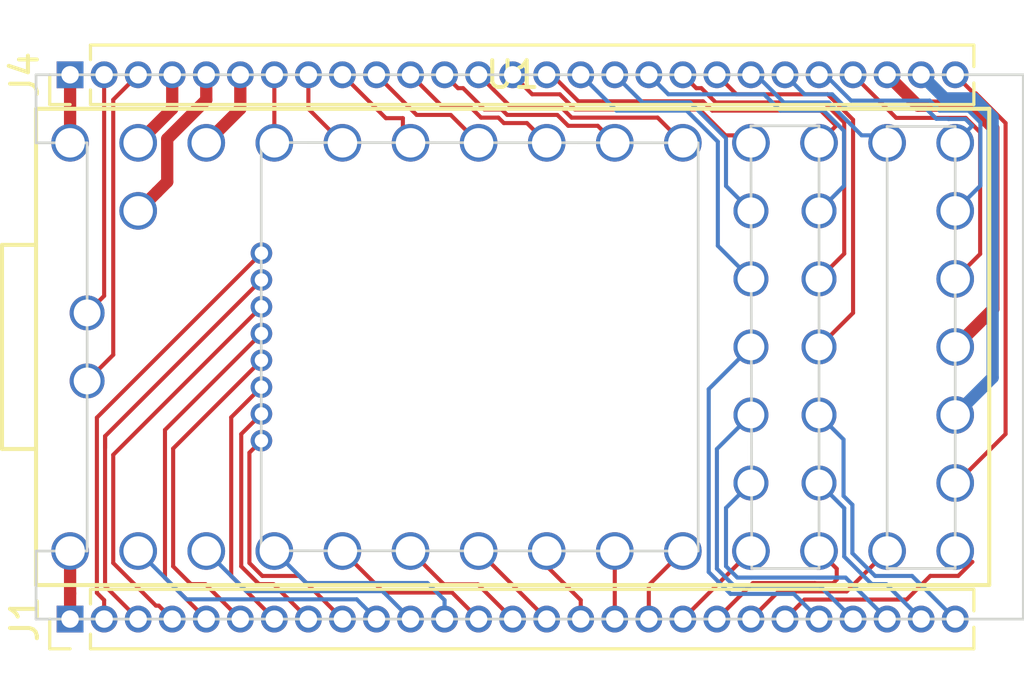
<source format=kicad_pcb>
(kicad_pcb (version 20171130) (host pcbnew "(5.1.2-1)-1")

  (general
    (thickness 1.6)
    (drawings 21)
    (tracks 239)
    (zones 0)
    (modules 3)
    (nets 55)
  )

  (page A4)
  (layers
    (0 F.Cu signal)
    (31 B.Cu signal)
    (32 B.Adhes user)
    (33 F.Adhes user)
    (34 B.Paste user)
    (35 F.Paste user)
    (36 B.SilkS user)
    (37 F.SilkS user)
    (38 B.Mask user)
    (39 F.Mask user)
    (40 Dwgs.User user hide)
    (41 Cmts.User user)
    (42 Eco1.User user)
    (43 Eco2.User user)
    (44 Edge.Cuts user)
    (45 Margin user)
    (46 B.CrtYd user)
    (47 F.CrtYd user)
    (48 B.Fab user)
    (49 F.Fab user)
  )

  (setup
    (last_trace_width 0.1524)
    (user_trace_width 0.1524)
    (user_trace_width 0.3048)
    (user_trace_width 0.4572)
    (trace_clearance 0.1524)
    (zone_clearance 0.508)
    (zone_45_only no)
    (trace_min 0.1524)
    (via_size 0.8)
    (via_drill 0.4)
    (via_min_size 0.4)
    (via_min_drill 0.3)
    (uvia_size 0.3)
    (uvia_drill 0.1)
    (uvias_allowed no)
    (uvia_min_size 0.2)
    (uvia_min_drill 0.1)
    (edge_width 0.1)
    (segment_width 0.2)
    (pcb_text_width 0.3)
    (pcb_text_size 1.5 1.5)
    (mod_edge_width 0.15)
    (mod_text_size 1 1)
    (mod_text_width 0.15)
    (pad_size 1.524 1.524)
    (pad_drill 0.762)
    (pad_to_mask_clearance 0)
    (aux_axis_origin 0 0)
    (visible_elements FFFFFF7F)
    (pcbplotparams
      (layerselection 0x010f0_ffffffff)
      (usegerberextensions true)
      (usegerberattributes false)
      (usegerberadvancedattributes false)
      (creategerberjobfile false)
      (excludeedgelayer true)
      (linewidth 0.100000)
      (plotframeref false)
      (viasonmask false)
      (mode 1)
      (useauxorigin false)
      (hpglpennumber 1)
      (hpglpenspeed 20)
      (hpglpendiameter 15.000000)
      (psnegative false)
      (psa4output false)
      (plotreference true)
      (plotvalue true)
      (plotinvisibletext false)
      (padsonsilk false)
      (subtractmaskfromsilk false)
      (outputformat 1)
      (mirror false)
      (drillshape 0)
      (scaleselection 1)
      (outputdirectory "gerbers/"))
  )

  (net 0 "")
  (net 1 /32)
  (net 2 /30)
  (net 3 /33)
  (net 4 /31)
  (net 5 /29)
  (net 6 /12)
  (net 7 /11)
  (net 8 /10)
  (net 9 /9)
  (net 10 /8)
  (net 11 /7)
  (net 12 /6)
  (net 13 /5)
  (net 14 /4)
  (net 15 /3)
  (net 16 /2)
  (net 17 /1)
  (net 18 /0)
  (net 19 /DAT2)
  (net 20 /DAT3)
  (net 21 /CMD)
  (net 22 /3V3_2)
  (net 23 /CLK)
  (net 24 /GND_3)
  (net 25 /DAT0)
  (net 26 /DAT1)
  (net 27 /GND_1)
  (net 28 /VBAT)
  (net 29 /3V3_1)
  (net 30 /GND_2)
  (net 31 /PROGRAM)
  (net 32 /ON_OFF)
  (net 33 /24)
  (net 34 /26)
  (net 35 /28)
  (net 36 /25)
  (net 37 /27)
  (net 38 /13)
  (net 39 /14)
  (net 40 /15)
  (net 41 /16)
  (net 42 /17)
  (net 43 /18)
  (net 44 /19)
  (net 45 /20)
  (net 46 /21)
  (net 47 /22)
  (net 48 /23)
  (net 49 /3V3_3)
  (net 50 /VUSB)
  (net 51 /GND_4)
  (net 52 /D+)
  (net 53 /D-)
  (net 54 /VIN)

  (net_class Default "This is the default net class."
    (clearance 0.1524)
    (trace_width 0.1524)
    (via_dia 0.8)
    (via_drill 0.4)
    (uvia_dia 0.3)
    (uvia_drill 0.1)
    (add_net /0)
    (add_net /1)
    (add_net /10)
    (add_net /11)
    (add_net /12)
    (add_net /13)
    (add_net /14)
    (add_net /15)
    (add_net /16)
    (add_net /17)
    (add_net /18)
    (add_net /19)
    (add_net /2)
    (add_net /20)
    (add_net /21)
    (add_net /22)
    (add_net /23)
    (add_net /24)
    (add_net /25)
    (add_net /26)
    (add_net /27)
    (add_net /28)
    (add_net /29)
    (add_net /3)
    (add_net /30)
    (add_net /31)
    (add_net /32)
    (add_net /33)
    (add_net /3V3_1)
    (add_net /3V3_2)
    (add_net /3V3_3)
    (add_net /4)
    (add_net /5)
    (add_net /6)
    (add_net /7)
    (add_net /8)
    (add_net /9)
    (add_net /CLK)
    (add_net /CMD)
    (add_net /D+)
    (add_net /D-)
    (add_net /DAT0)
    (add_net /DAT1)
    (add_net /DAT2)
    (add_net /DAT3)
    (add_net /GND_1)
    (add_net /GND_2)
    (add_net /GND_3)
    (add_net /GND_4)
    (add_net /ON_OFF)
    (add_net /PROGRAM)
    (add_net /VBAT)
    (add_net /VIN)
    (add_net /VUSB)
  )

  (net_class Power ""
    (clearance 0.1524)
    (trace_width 0.3048)
    (via_dia 0.8)
    (via_drill 0.4)
    (uvia_dia 0.3)
    (uvia_drill 0.1)
  )

  (module Connector_PinHeader_1.27mm:PinHeader_1x27_P1.27mm_Vertical (layer F.Cu) (tedit 59FED6E3) (tstamp 5D571AAC)
    (at 77.47 64.77 90)
    (descr "Through hole straight pin header, 1x27, 1.27mm pitch, single row")
    (tags "Through hole pin header THT 1x27 1.27mm single row")
    (path /5D529C76)
    (fp_text reference J4 (at 0 -1.695 90) (layer F.SilkS)
      (effects (font (size 1 1) (thickness 0.15)))
    )
    (fp_text value "Edge B" (at 0 34.715 90) (layer F.Fab)
      (effects (font (size 1 1) (thickness 0.15)))
    )
    (fp_text user %R (at 0 16.51) (layer F.Fab)
      (effects (font (size 1 1) (thickness 0.15)))
    )
    (fp_line (start 1.55 -1.15) (end -1.55 -1.15) (layer F.CrtYd) (width 0.05))
    (fp_line (start 1.55 34.2) (end 1.55 -1.15) (layer F.CrtYd) (width 0.05))
    (fp_line (start -1.55 34.2) (end 1.55 34.2) (layer F.CrtYd) (width 0.05))
    (fp_line (start -1.55 -1.15) (end -1.55 34.2) (layer F.CrtYd) (width 0.05))
    (fp_line (start -1.11 -0.76) (end 0 -0.76) (layer F.SilkS) (width 0.12))
    (fp_line (start -1.11 0) (end -1.11 -0.76) (layer F.SilkS) (width 0.12))
    (fp_line (start 0.563471 0.76) (end 1.11 0.76) (layer F.SilkS) (width 0.12))
    (fp_line (start -1.11 0.76) (end -0.563471 0.76) (layer F.SilkS) (width 0.12))
    (fp_line (start 1.11 0.76) (end 1.11 33.715) (layer F.SilkS) (width 0.12))
    (fp_line (start -1.11 0.76) (end -1.11 33.715) (layer F.SilkS) (width 0.12))
    (fp_line (start 0.30753 33.715) (end 1.11 33.715) (layer F.SilkS) (width 0.12))
    (fp_line (start -1.11 33.715) (end -0.30753 33.715) (layer F.SilkS) (width 0.12))
    (fp_line (start -1.05 -0.11) (end -0.525 -0.635) (layer F.Fab) (width 0.1))
    (fp_line (start -1.05 33.655) (end -1.05 -0.11) (layer F.Fab) (width 0.1))
    (fp_line (start 1.05 33.655) (end -1.05 33.655) (layer F.Fab) (width 0.1))
    (fp_line (start 1.05 -0.635) (end 1.05 33.655) (layer F.Fab) (width 0.1))
    (fp_line (start -0.525 -0.635) (end 1.05 -0.635) (layer F.Fab) (width 0.1))
    (pad 27 thru_hole oval (at 0 33.02 90) (size 1 1) (drill 0.65) (layers *.Cu *.Mask)
      (net 28 /VBAT))
    (pad 26 thru_hole oval (at 0 31.75 90) (size 1 1) (drill 0.65) (layers *.Cu *.Mask)
      (net 29 /3V3_1))
    (pad 25 thru_hole oval (at 0 30.48 90) (size 1 1) (drill 0.65) (layers *.Cu *.Mask)
      (net 51 /GND_4))
    (pad 24 thru_hole oval (at 0 29.21 90) (size 1 1) (drill 0.65) (layers *.Cu *.Mask)
      (net 31 /PROGRAM))
    (pad 23 thru_hole oval (at 0 27.94 90) (size 1 1) (drill 0.65) (layers *.Cu *.Mask)
      (net 32 /ON_OFF))
    (pad 22 thru_hole oval (at 0 26.67 90) (size 1 1) (drill 0.65) (layers *.Cu *.Mask)
      (net 38 /13))
    (pad 21 thru_hole oval (at 0 25.4 90) (size 1 1) (drill 0.65) (layers *.Cu *.Mask)
      (net 39 /14))
    (pad 20 thru_hole oval (at 0 24.13 90) (size 1 1) (drill 0.65) (layers *.Cu *.Mask)
      (net 35 /28))
    (pad 19 thru_hole oval (at 0 22.86 90) (size 1 1) (drill 0.65) (layers *.Cu *.Mask)
      (net 34 /26))
    (pad 18 thru_hole oval (at 0 21.59 90) (size 1 1) (drill 0.65) (layers *.Cu *.Mask)
      (net 33 /24))
    (pad 17 thru_hole oval (at 0 20.32 90) (size 1 1) (drill 0.65) (layers *.Cu *.Mask)
      (net 36 /25))
    (pad 16 thru_hole oval (at 0 19.05 90) (size 1 1) (drill 0.65) (layers *.Cu *.Mask)
      (net 37 /27))
    (pad 15 thru_hole oval (at 0 17.78 90) (size 1 1) (drill 0.65) (layers *.Cu *.Mask)
      (net 40 /15))
    (pad 14 thru_hole oval (at 0 16.51 90) (size 1 1) (drill 0.65) (layers *.Cu *.Mask)
      (net 41 /16))
    (pad 13 thru_hole oval (at 0 15.24 90) (size 1 1) (drill 0.65) (layers *.Cu *.Mask)
      (net 42 /17))
    (pad 12 thru_hole oval (at 0 13.97 90) (size 1 1) (drill 0.65) (layers *.Cu *.Mask)
      (net 43 /18))
    (pad 11 thru_hole oval (at 0 12.7 90) (size 1 1) (drill 0.65) (layers *.Cu *.Mask)
      (net 44 /19))
    (pad 10 thru_hole oval (at 0 11.43 90) (size 1 1) (drill 0.65) (layers *.Cu *.Mask)
      (net 45 /20))
    (pad 9 thru_hole oval (at 0 10.16 90) (size 1 1) (drill 0.65) (layers *.Cu *.Mask)
      (net 46 /21))
    (pad 8 thru_hole oval (at 0 8.89 90) (size 1 1) (drill 0.65) (layers *.Cu *.Mask)
      (net 47 /22))
    (pad 7 thru_hole oval (at 0 7.62 90) (size 1 1) (drill 0.65) (layers *.Cu *.Mask)
      (net 48 /23))
    (pad 6 thru_hole oval (at 0 6.35 90) (size 1 1) (drill 0.65) (layers *.Cu *.Mask)
      (net 49 /3V3_3))
    (pad 5 thru_hole oval (at 0 5.08 90) (size 1 1) (drill 0.65) (layers *.Cu *.Mask)
      (net 50 /VUSB))
    (pad 4 thru_hole oval (at 0 3.81 90) (size 1 1) (drill 0.65) (layers *.Cu *.Mask)
      (net 30 /GND_2))
    (pad 3 thru_hole oval (at 0 2.54 90) (size 1 1) (drill 0.65) (layers *.Cu *.Mask)
      (net 52 /D+))
    (pad 2 thru_hole oval (at 0 1.27 90) (size 1 1) (drill 0.65) (layers *.Cu *.Mask)
      (net 53 /D-))
    (pad 1 thru_hole rect (at 0 0 90) (size 1 1) (drill 0.65) (layers *.Cu *.Mask)
      (net 54 /VIN))
    (model ${KISYS3DMOD}/Connector_PinHeader_1.27mm.3dshapes/PinHeader_1x27_P1.27mm_Vertical.wrl
      (at (xyz 0 0 0))
      (scale (xyz 1 1 1))
      (rotate (xyz 0 0 0))
    )
  )

  (module Teensy:Teensy40_SMT (layer F.Cu) (tedit 5D52D69C) (tstamp 5D5353BE)
    (at 93.98 74.93)
    (path /5D534D6A)
    (fp_text reference U1 (at 0 -10.16) (layer F.SilkS)
      (effects (font (size 1 1) (thickness 0.15)))
    )
    (fp_text value Teensy4.0 (at 0 10.16) (layer F.Fab)
      (effects (font (size 1 1) (thickness 0.15)))
    )
    (fp_line (start 16.51 -8.6) (end 16.51 8.6) (layer Dwgs.User) (width 0.12))
    (fp_poly (pts (xy -9.5 3.25) (xy -7.5 3.25) (xy -7.5 3.75) (xy -9.5 3.75)) (layer Eco1.User) (width 0.1))
    (fp_poly (pts (xy -9.5 2.25) (xy -7.5 2.25) (xy -7.5 2.75) (xy -9.5 2.75)) (layer Eco1.User) (width 0.1))
    (fp_poly (pts (xy -9.5 1.25) (xy -7.5 1.25) (xy -7.5 1.75) (xy -9.5 1.75)) (layer Eco1.User) (width 0.1))
    (fp_poly (pts (xy -9.5 0.25) (xy -7.5 0.25) (xy -7.5 0.75) (xy -9.5 0.75)) (layer Eco1.User) (width 0.1))
    (fp_poly (pts (xy -9.5 -0.75) (xy -7.5 -0.75) (xy -7.5 -0.25) (xy -9.5 -0.25)) (layer Eco1.User) (width 0.1))
    (fp_poly (pts (xy -9.5 -1.75) (xy -7.5 -1.75) (xy -7.5 -1.25) (xy -9.5 -1.25)) (layer Eco1.User) (width 0.1))
    (fp_poly (pts (xy -9.5 -2.75) (xy -7.5 -2.75) (xy -7.5 -2.25) (xy -9.5 -2.25)) (layer Eco1.User) (width 0.1))
    (fp_poly (pts (xy -9.5 -3.75) (xy -7.5 -3.75) (xy -7.5 -3.25) (xy -9.5 -3.25)) (layer Eco1.User) (width 0.1))
    (fp_poly (pts (xy -17.272 -0.762) (xy -14.732 -0.762) (xy -14.732 -1.778) (xy -17.272 -1.778)) (layer Eco1.User) (width 0.1))
    (fp_poly (pts (xy -17.272 1.778) (xy -14.732 1.778) (xy -14.732 0.762) (xy -17.272 0.762)) (layer Eco1.User) (width 0.1))
    (fp_poly (pts (xy 6.858 5.588) (xy 9.398 5.588) (xy 9.398 4.572) (xy 6.858 4.572)) (layer Eco1.User) (width 0.1))
    (fp_poly (pts (xy 6.858 3.048) (xy 9.398 3.048) (xy 9.398 2.032) (xy 6.858 2.032)) (layer Eco1.User) (width 0.1))
    (fp_poly (pts (xy 6.858 0.508) (xy 9.398 0.508) (xy 9.398 -0.508) (xy 6.858 -0.508)) (layer Eco1.User) (width 0.1))
    (fp_poly (pts (xy 6.858 -2.032) (xy 9.398 -2.032) (xy 9.398 -3.048) (xy 6.858 -3.048)) (layer Eco1.User) (width 0.1))
    (fp_poly (pts (xy 6.858 -4.572) (xy 9.398 -4.572) (xy 9.398 -5.588) (xy 6.858 -5.588)) (layer Eco1.User) (width 0.1))
    (fp_poly (pts (xy 10.922 -4.572) (xy 13.462 -4.572) (xy 13.462 -5.588) (xy 10.922 -5.588)) (layer Eco1.User) (width 0.1))
    (fp_poly (pts (xy 10.922 -2.032) (xy 13.462 -2.032) (xy 13.462 -3.048) (xy 10.922 -3.048)) (layer Eco1.User) (width 0.1))
    (fp_poly (pts (xy 10.922 0.508) (xy 13.462 0.508) (xy 13.462 -0.508) (xy 10.922 -0.508)) (layer Eco1.User) (width 0.1))
    (fp_poly (pts (xy 10.922 3.048) (xy 13.462 3.048) (xy 13.462 2.032) (xy 10.922 2.032)) (layer Eco1.User) (width 0.1))
    (fp_poly (pts (xy 10.922 5.588) (xy 13.462 5.588) (xy 13.462 4.572) (xy 10.922 4.572)) (layer Eco1.User) (width 0.1))
    (fp_line (start 13.97 8.6) (end 13.97 -8.6) (layer Dwgs.User) (width 0.12))
    (fp_line (start 16.51 8.6) (end 13.97 8.6) (layer Dwgs.User) (width 0.12))
    (fp_line (start 13.97 -8.6) (end 16.51 -8.6) (layer Dwgs.User) (width 0.12))
    (fp_line (start 11.43 -8.6) (end 8.89 -8.6) (layer Dwgs.User) (width 0.12))
    (fp_line (start 11.43 8.6) (end 11.43 -8.6) (layer Dwgs.User) (width 0.12))
    (fp_line (start 8.89 8.6) (end 11.43 8.6) (layer Dwgs.User) (width 0.12))
    (fp_line (start 8.89 -8.6) (end 8.89 8.6) (layer Dwgs.User) (width 0.12))
    (fp_line (start 7 -7.64) (end 7 7.6) (layer Dwgs.User) (width 0.12))
    (fp_line (start -9.39 -7.62) (end 7 -7.6) (layer Dwgs.User) (width 0.12))
    (fp_line (start -9.39 7.62) (end 7 7.62) (layer Dwgs.User) (width 0.12))
    (fp_line (start -9.39 -7.62) (end -9.39 7.62) (layer Dwgs.User) (width 0.12))
    (fp_line (start -17.78 -7.62) (end -17.78 7.62) (layer Dwgs.User) (width 0.12))
    (fp_line (start -17.78 7.62) (end -15.875 7.62) (layer Dwgs.User) (width 0.12))
    (fp_line (start -17.78 -7.62) (end -15.875 -7.62) (layer Dwgs.User) (width 0.12))
    (fp_line (start -15.875 -7.62) (end -15.875 7.62) (layer Dwgs.User) (width 0.15))
    (fp_line (start -19.05 3.81) (end -17.78 3.81) (layer F.SilkS) (width 0.15))
    (fp_line (start -19.05 -3.81) (end -19.05 3.81) (layer F.SilkS) (width 0.15))
    (fp_line (start -17.78 -3.81) (end -19.05 -3.81) (layer F.SilkS) (width 0.15))
    (fp_line (start 17.78 -8.89) (end -17.78 -8.89) (layer F.SilkS) (width 0.15))
    (fp_line (start 17.78 8.89) (end 17.78 -8.89) (layer F.SilkS) (width 0.15))
    (fp_line (start -17.78 8.89) (end 17.78 8.89) (layer F.SilkS) (width 0.15))
    (fp_line (start -17.78 -8.89) (end -17.78 8.89) (layer F.SilkS) (width 0.15))
    (pad 13 thru_hole circle (at 13.97 7.62) (size 1.404 1.404) (drill 1.1) (layers *.Cu *.Mask)
      (net 7 /11))
    (pad 33 thru_hole circle (at -16.51 -7.62) (size 1.404 1.404) (drill 1.1) (layers *.Cu *.Mask)
      (net 54 /VIN))
    (pad 34 thru_hole circle (at -13.97 -5.08) (size 1.404 1.404) (drill 1.1) (layers *.Cu *.Mask)
      (net 50 /VUSB))
    (pad 32 thru_hole circle (at -13.97 -7.62) (size 1.404 1.404) (drill 1.1) (layers *.Cu *.Mask)
      (net 30 /GND_2))
    (pad 31 thru_hole circle (at -11.43 -7.62) (size 1.404 1.404) (drill 1.1) (layers *.Cu *.Mask)
      (net 49 /3V3_3))
    (pad 30 thru_hole circle (at -8.89 -7.62) (size 1.404 1.404) (drill 1.1) (layers *.Cu *.Mask)
      (net 48 /23))
    (pad 29 thru_hole circle (at -6.35 -7.62) (size 1.404 1.404) (drill 1.1) (layers *.Cu *.Mask)
      (net 47 /22))
    (pad 28 thru_hole circle (at -3.81 -7.62) (size 1.404 1.404) (drill 1.1) (layers *.Cu *.Mask)
      (net 46 /21))
    (pad 27 thru_hole circle (at -1.27 -7.62) (size 1.404 1.404) (drill 1.1) (layers *.Cu *.Mask)
      (net 45 /20))
    (pad 26 thru_hole circle (at 1.27 -7.62) (size 1.404 1.404) (drill 1.1) (layers *.Cu *.Mask)
      (net 44 /19))
    (pad 25 thru_hole circle (at 3.81 -7.62) (size 1.404 1.404) (drill 1.1) (layers *.Cu *.Mask)
      (net 43 /18))
    (pad 24 thru_hole circle (at 6.35 -7.62) (size 1.404 1.404) (drill 1.1) (layers *.Cu *.Mask)
      (net 42 /17))
    (pad 23 thru_hole circle (at 8.89 -7.62) (size 1.404 1.404) (drill 1.1) (layers *.Cu *.Mask)
      (net 41 /16))
    (pad 22 thru_hole circle (at 11.43 -7.62) (size 1.404 1.404) (drill 1.1) (layers *.Cu *.Mask)
      (net 40 /15))
    (pad 21 thru_hole circle (at 13.97 -7.62) (size 1.404 1.404) (drill 1.1) (layers *.Cu *.Mask)
      (net 39 /14))
    (pad 20 thru_hole circle (at 16.51 -7.62) (size 1.404 1.404) (drill 1.1) (layers *.Cu *.Mask)
      (net 38 /13))
    (pad 19 thru_hole circle (at 16.51 -5.08) (size 1.404 1.404) (drill 1.1) (layers *.Cu *.Mask)
      (net 32 /ON_OFF))
    (pad 18 thru_hole circle (at 16.51 -2.54) (size 1.404 1.404) (drill 1.1) (layers *.Cu *.Mask)
      (net 31 /PROGRAM))
    (pad 17 thru_hole circle (at 16.51 0) (size 1.404 1.404) (drill 1.1) (layers *.Cu *.Mask)
      (net 51 /GND_4))
    (pad 16 thru_hole circle (at 16.51 2.54) (size 1.404 1.404) (drill 1.1) (layers *.Cu *.Mask)
      (net 29 /3V3_1))
    (pad 15 thru_hole circle (at 16.51 5.08) (size 1.404 1.404) (drill 1.1) (layers *.Cu *.Mask)
      (net 28 /VBAT))
    (pad 14 thru_hole circle (at 16.51 7.62) (size 1.404 1.404) (drill 1.1) (layers *.Cu *.Mask)
      (net 6 /12))
    (pad 12 thru_hole circle (at 11.43 7.62) (size 1.404 1.404) (drill 1.1) (layers *.Cu *.Mask)
      (net 8 /10))
    (pad 11 thru_hole circle (at 8.89 7.62) (size 1.404 1.404) (drill 1.1) (layers *.Cu *.Mask)
      (net 9 /9))
    (pad 10 thru_hole circle (at 6.35 7.62) (size 1.404 1.404) (drill 1.1) (layers *.Cu *.Mask)
      (net 10 /8))
    (pad 9 thru_hole circle (at 3.81 7.62) (size 1.404 1.404) (drill 1.1) (layers *.Cu *.Mask)
      (net 11 /7))
    (pad 8 thru_hole circle (at 1.27 7.62) (size 1.404 1.404) (drill 1.1) (layers *.Cu *.Mask)
      (net 12 /6))
    (pad 7 thru_hole circle (at -1.27 7.62) (size 1.404 1.404) (drill 1.1) (layers *.Cu *.Mask)
      (net 13 /5))
    (pad 6 thru_hole circle (at -3.81 7.62) (size 1.404 1.404) (drill 1.1) (layers *.Cu *.Mask)
      (net 14 /4))
    (pad 5 thru_hole circle (at -6.35 7.62) (size 1.404 1.404) (drill 1.1) (layers *.Cu *.Mask)
      (net 15 /3))
    (pad 4 thru_hole circle (at -8.89 7.62) (size 1.404 1.404) (drill 1.1) (layers *.Cu *.Mask)
      (net 16 /2))
    (pad 3 thru_hole circle (at -11.43 7.62) (size 1.404 1.404) (drill 1.1) (layers *.Cu *.Mask)
      (net 17 /1))
    (pad 54 thru_hole circle (at -15.875 1.27) (size 1.304 1.304) (drill 1) (layers *.Cu *.Mask)
      (net 52 /D+))
    (pad 53 thru_hole circle (at -15.875 -1.27) (size 1.304 1.304) (drill 1) (layers *.Cu *.Mask)
      (net 53 /D-))
    (pad 52 thru_hole circle (at -9.3716 3.5) (size 0.804 0.804) (drill 0.5) (layers *.Cu *.Mask)
      (net 19 /DAT2))
    (pad 51 thru_hole circle (at -9.3716 2.5) (size 0.804 0.804) (drill 0.5) (layers *.Cu *.Mask)
      (net 20 /DAT3))
    (pad 50 thru_hole circle (at -9.3716 1.5) (size 0.804 0.804) (drill 0.5) (layers *.Cu *.Mask)
      (net 21 /CMD))
    (pad 49 thru_hole circle (at -9.3716 0.5) (size 0.804 0.804) (drill 0.5) (layers *.Cu *.Mask)
      (net 22 /3V3_2))
    (pad 48 thru_hole circle (at -9.3716 -0.5) (size 0.804 0.804) (drill 0.5) (layers *.Cu *.Mask)
      (net 23 /CLK))
    (pad 47 thru_hole circle (at -9.3716 -1.5) (size 0.804 0.804) (drill 0.5) (layers *.Cu *.Mask)
      (net 24 /GND_3))
    (pad 46 thru_hole circle (at -9.3716 -2.5) (size 0.804 0.804) (drill 0.5) (layers *.Cu *.Mask)
      (net 25 /DAT0))
    (pad 45 thru_hole circle (at -9.3716 -3.5) (size 0.804 0.804) (drill 0.5) (layers *.Cu *.Mask)
      (net 26 /DAT1))
    (pad 44 thru_hole circle (at 8.89 5.08) (size 1.304 1.304) (drill 1) (layers *.Cu *.Mask)
      (net 3 /33))
    (pad 43 thru_hole circle (at 11.43 5.08) (size 1.304 1.304) (drill 1) (layers *.Cu *.Mask)
      (net 1 /32))
    (pad 42 thru_hole circle (at 8.89 2.54) (size 1.304 1.304) (drill 1) (layers *.Cu *.Mask)
      (net 4 /31))
    (pad 41 thru_hole circle (at 11.43 2.54) (size 1.304 1.304) (drill 1) (layers *.Cu *.Mask)
      (net 2 /30))
    (pad 40 thru_hole circle (at 8.89 0) (size 1.304 1.304) (drill 1) (layers *.Cu *.Mask)
      (net 5 /29))
    (pad 39 thru_hole circle (at 11.43 0) (size 1.304 1.304) (drill 1) (layers *.Cu *.Mask)
      (net 35 /28))
    (pad 38 thru_hole circle (at 8.89 -2.54) (size 1.304 1.304) (drill 1) (layers *.Cu *.Mask)
      (net 37 /27))
    (pad 37 thru_hole circle (at 11.43 -2.54) (size 1.304 1.304) (drill 1) (layers *.Cu *.Mask)
      (net 34 /26))
    (pad 36 thru_hole circle (at 8.89 -5.08) (size 1.304 1.304) (drill 1) (layers *.Cu *.Mask)
      (net 36 /25))
    (pad 35 thru_hole circle (at 11.43 -5.08) (size 1.304 1.304) (drill 1) (layers *.Cu *.Mask)
      (net 33 /24))
    (pad 2 thru_hole circle (at -13.97 7.62) (size 1.404 1.404) (drill 1.1) (layers *.Cu *.Mask)
      (net 18 /0))
    (pad 1 thru_hole circle (at -16.51 7.62) (size 1.404 1.404) (drill 1.1) (layers *.Cu *.Mask)
      (net 27 /GND_1))
  )

  (module Connector_PinHeader_1.27mm:PinHeader_1x27_P1.27mm_Vertical (layer F.Cu) (tedit 59FED6E3) (tstamp 5D5336B3)
    (at 77.47 85.09 90)
    (descr "Through hole straight pin header, 1x27, 1.27mm pitch, single row")
    (tags "Through hole pin header THT 1x27 1.27mm single row")
    (path /5D5248E0)
    (fp_text reference J1 (at 0 -1.695 90) (layer F.SilkS)
      (effects (font (size 1 1) (thickness 0.15)))
    )
    (fp_text value "Edge A" (at 0 34.715 90) (layer F.Fab)
      (effects (font (size 1 1) (thickness 0.15)))
    )
    (fp_text user %R (at 0 16.51) (layer F.Fab)
      (effects (font (size 1 1) (thickness 0.15)))
    )
    (fp_line (start 1.55 -1.15) (end -1.55 -1.15) (layer F.CrtYd) (width 0.05))
    (fp_line (start 1.55 34.2) (end 1.55 -1.15) (layer F.CrtYd) (width 0.05))
    (fp_line (start -1.55 34.2) (end 1.55 34.2) (layer F.CrtYd) (width 0.05))
    (fp_line (start -1.55 -1.15) (end -1.55 34.2) (layer F.CrtYd) (width 0.05))
    (fp_line (start -1.11 -0.76) (end 0 -0.76) (layer F.SilkS) (width 0.12))
    (fp_line (start -1.11 0) (end -1.11 -0.76) (layer F.SilkS) (width 0.12))
    (fp_line (start 0.563471 0.76) (end 1.11 0.76) (layer F.SilkS) (width 0.12))
    (fp_line (start -1.11 0.76) (end -0.563471 0.76) (layer F.SilkS) (width 0.12))
    (fp_line (start 1.11 0.76) (end 1.11 33.715) (layer F.SilkS) (width 0.12))
    (fp_line (start -1.11 0.76) (end -1.11 33.715) (layer F.SilkS) (width 0.12))
    (fp_line (start 0.30753 33.715) (end 1.11 33.715) (layer F.SilkS) (width 0.12))
    (fp_line (start -1.11 33.715) (end -0.30753 33.715) (layer F.SilkS) (width 0.12))
    (fp_line (start -1.05 -0.11) (end -0.525 -0.635) (layer F.Fab) (width 0.1))
    (fp_line (start -1.05 33.655) (end -1.05 -0.11) (layer F.Fab) (width 0.1))
    (fp_line (start 1.05 33.655) (end -1.05 33.655) (layer F.Fab) (width 0.1))
    (fp_line (start 1.05 -0.635) (end 1.05 33.655) (layer F.Fab) (width 0.1))
    (fp_line (start -0.525 -0.635) (end 1.05 -0.635) (layer F.Fab) (width 0.1))
    (pad 27 thru_hole oval (at 0 33.02 90) (size 1 1) (drill 0.65) (layers *.Cu *.Mask)
      (net 2 /30))
    (pad 26 thru_hole oval (at 0 31.75 90) (size 1 1) (drill 0.65) (layers *.Cu *.Mask)
      (net 1 /32))
    (pad 25 thru_hole oval (at 0 30.48 90) (size 1 1) (drill 0.65) (layers *.Cu *.Mask)
      (net 3 /33))
    (pad 24 thru_hole oval (at 0 29.21 90) (size 1 1) (drill 0.65) (layers *.Cu *.Mask)
      (net 4 /31))
    (pad 23 thru_hole oval (at 0 27.94 90) (size 1 1) (drill 0.65) (layers *.Cu *.Mask)
      (net 5 /29))
    (pad 22 thru_hole oval (at 0 26.67 90) (size 1 1) (drill 0.65) (layers *.Cu *.Mask)
      (net 6 /12))
    (pad 21 thru_hole oval (at 0 25.4 90) (size 1 1) (drill 0.65) (layers *.Cu *.Mask)
      (net 7 /11))
    (pad 20 thru_hole oval (at 0 24.13 90) (size 1 1) (drill 0.65) (layers *.Cu *.Mask)
      (net 8 /10))
    (pad 19 thru_hole oval (at 0 22.86 90) (size 1 1) (drill 0.65) (layers *.Cu *.Mask)
      (net 9 /9))
    (pad 18 thru_hole oval (at 0 21.59 90) (size 1 1) (drill 0.65) (layers *.Cu *.Mask)
      (net 10 /8))
    (pad 17 thru_hole oval (at 0 20.32 90) (size 1 1) (drill 0.65) (layers *.Cu *.Mask)
      (net 11 /7))
    (pad 16 thru_hole oval (at 0 19.05 90) (size 1 1) (drill 0.65) (layers *.Cu *.Mask)
      (net 12 /6))
    (pad 15 thru_hole oval (at 0 17.78 90) (size 1 1) (drill 0.65) (layers *.Cu *.Mask)
      (net 13 /5))
    (pad 14 thru_hole oval (at 0 16.51 90) (size 1 1) (drill 0.65) (layers *.Cu *.Mask)
      (net 14 /4))
    (pad 13 thru_hole oval (at 0 15.24 90) (size 1 1) (drill 0.65) (layers *.Cu *.Mask)
      (net 15 /3))
    (pad 12 thru_hole oval (at 0 13.97 90) (size 1 1) (drill 0.65) (layers *.Cu *.Mask)
      (net 16 /2))
    (pad 11 thru_hole oval (at 0 12.7 90) (size 1 1) (drill 0.65) (layers *.Cu *.Mask)
      (net 17 /1))
    (pad 10 thru_hole oval (at 0 11.43 90) (size 1 1) (drill 0.65) (layers *.Cu *.Mask)
      (net 18 /0))
    (pad 9 thru_hole oval (at 0 10.16 90) (size 1 1) (drill 0.65) (layers *.Cu *.Mask)
      (net 19 /DAT2))
    (pad 8 thru_hole oval (at 0 8.89 90) (size 1 1) (drill 0.65) (layers *.Cu *.Mask)
      (net 20 /DAT3))
    (pad 7 thru_hole oval (at 0 7.62 90) (size 1 1) (drill 0.65) (layers *.Cu *.Mask)
      (net 21 /CMD))
    (pad 6 thru_hole oval (at 0 6.35 90) (size 1 1) (drill 0.65) (layers *.Cu *.Mask)
      (net 22 /3V3_2))
    (pad 5 thru_hole oval (at 0 5.08 90) (size 1 1) (drill 0.65) (layers *.Cu *.Mask)
      (net 23 /CLK))
    (pad 4 thru_hole oval (at 0 3.81 90) (size 1 1) (drill 0.65) (layers *.Cu *.Mask)
      (net 24 /GND_3))
    (pad 3 thru_hole oval (at 0 2.54 90) (size 1 1) (drill 0.65) (layers *.Cu *.Mask)
      (net 25 /DAT0))
    (pad 2 thru_hole oval (at 0 1.27 90) (size 1 1) (drill 0.65) (layers *.Cu *.Mask)
      (net 26 /DAT1))
    (pad 1 thru_hole rect (at 0 0 90) (size 1 1) (drill 0.65) (layers *.Cu *.Mask)
      (net 27 /GND_1))
    (model ${KISYS3DMOD}/Connector_PinHeader_1.27mm.3dshapes/PinHeader_1x27_P1.27mm_Vertical.wrl
      (at (xyz 0 0 0))
      (scale (xyz 1 1 1))
      (rotate (xyz 0 0 0))
    )
  )

  (gr_line (start 84.6 82.54) (end 84.6 67.3) (layer Edge.Cuts) (width 0.1) (tstamp 5D573F7A))
  (gr_line (start 107.95 66.7) (end 110.49 66.7) (layer Edge.Cuts) (width 0.1) (tstamp 5D573720))
  (gr_line (start 102.87 66.675) (end 105.41 66.675) (layer Edge.Cuts) (width 0.1))
  (gr_line (start 76.2 85.09) (end 76.2 85.09) (layer Edge.Cuts) (width 0.1) (tstamp 5D57370A))
  (gr_line (start 76.2 64.77) (end 76.2 67.31) (layer Edge.Cuts) (width 0.1) (tstamp 5D573709))
  (gr_line (start 76.2 64.77) (end 113.03 64.77) (layer Edge.Cuts) (width 0.1))
  (gr_line (start 100.9 67.31) (end 100.9 82.55) (layer Edge.Cuts) (width 0.1))
  (gr_line (start 84.6 67.3) (end 100.9 67.31) (layer Edge.Cuts) (width 0.1))
  (gr_line (start 100.9 82.55) (end 84.6 82.54) (layer Edge.Cuts) (width 0.1))
  (gr_line (start 76.2 82.55) (end 76.2 85.09) (layer Edge.Cuts) (width 0.1) (tstamp 5D52648E))
  (gr_line (start 107.95 83.2) (end 107.95 66.7) (layer Edge.Cuts) (width 0.1) (tstamp 5D52627A))
  (gr_line (start 110.49 83.2) (end 107.95 83.2) (layer Edge.Cuts) (width 0.1) (tstamp 5D52D619))
  (gr_line (start 110.49 66.7) (end 110.49 83.2) (layer Edge.Cuts) (width 0.1))
  (gr_line (start 105.41 83.2) (end 105.41 66.675) (layer Edge.Cuts) (width 0.1) (tstamp 5D526279))
  (gr_line (start 102.9 83.2) (end 105.41 83.2) (layer Edge.Cuts) (width 0.1))
  (gr_line (start 102.87 66.675) (end 102.9 83.2) (layer Edge.Cuts) (width 0.1))
  (gr_line (start 78.105 82.55) (end 76.2 82.55) (layer Edge.Cuts) (width 0.1))
  (gr_line (start 78.105 67.31) (end 78.105 82.55) (layer Edge.Cuts) (width 0.1))
  (gr_line (start 76.2 67.31) (end 78.105 67.31) (layer Edge.Cuts) (width 0.1))
  (gr_line (start 113.03 85.09) (end 76.2 85.09) (layer Edge.Cuts) (width 0.1))
  (gr_line (start 113.03 64.77) (end 113.03 85.09) (layer Edge.Cuts) (width 0.1))

  (segment (start 107.915412 83.785412) (end 107.377055 83.785412) (width 0.1524) (layer B.Cu) (net 1))
  (segment (start 109.22 85.09) (end 107.915412 83.785412) (width 0.1524) (layer B.Cu) (net 1))
  (segment (start 107.377055 83.785412) (end 106.349795 82.758151) (width 0.1524) (layer B.Cu) (net 1))
  (segment (start 106.349795 82.758151) (end 106.349795 80.949795) (width 0.1524) (layer B.Cu) (net 1))
  (segment (start 106.349795 80.949795) (end 105.68861 80.28861) (width 0.1524) (layer B.Cu) (net 1))
  (segment (start 106.3244 80.493334) (end 106.3244 78.3844) (width 0.1524) (layer B.Cu) (net 2))
  (segment (start 106.654604 80.823538) (end 106.3244 80.493334) (width 0.1524) (layer B.Cu) (net 2))
  (segment (start 106.654605 82.631895) (end 106.654604 80.823538) (width 0.1524) (layer B.Cu) (net 2))
  (segment (start 108.880601 83.480601) (end 107.503311 83.480601) (width 0.1524) (layer B.Cu) (net 2))
  (segment (start 107.503311 83.480601) (end 106.654605 82.631895) (width 0.1524) (layer B.Cu) (net 2))
  (segment (start 110.49 85.09) (end 108.880601 83.480601) (width 0.1524) (layer B.Cu) (net 2))
  (segment (start 106.3244 78.3844) (end 105.68861 77.74861) (width 0.1524) (layer B.Cu) (net 2))
  (segment (start 107.95 85.09) (end 106.4006 83.5406) (width 0.1524) (layer B.Cu) (net 3))
  (segment (start 106.4006 83.5406) (end 102.362 83.5406) (width 0.1524) (layer B.Cu) (net 3))
  (segment (start 101.939399 80.940601) (end 102.616051 80.263949) (width 0.1524) (layer B.Cu) (net 3))
  (segment (start 101.939399 83.117999) (end 101.939399 80.940601) (width 0.1524) (layer B.Cu) (net 3))
  (segment (start 102.362 83.5406) (end 101.939399 83.117999) (width 0.1524) (layer B.Cu) (net 3))
  (segment (start 105.435411 83.845411) (end 102.235744 83.845411) (width 0.1524) (layer B.Cu) (net 4))
  (segment (start 101.599991 78.740009) (end 102.611441 77.728559) (width 0.1524) (layer B.Cu) (net 4))
  (segment (start 106.68 85.09) (end 105.435411 83.845411) (width 0.1524) (layer B.Cu) (net 4))
  (segment (start 101.599991 83.209657) (end 101.599991 78.740009) (width 0.1524) (layer B.Cu) (net 4))
  (segment (start 102.235744 83.845411) (end 101.599991 83.209657) (width 0.1524) (layer B.Cu) (net 4))
  (segment (start 105.41 85.09) (end 104.470222 84.150222) (width 0.1524) (layer B.Cu) (net 5))
  (segment (start 104.470222 84.150222) (end 102.109487 84.150221) (width 0.1524) (layer B.Cu) (net 5))
  (segment (start 102.109487 84.150221) (end 101.29518 83.335913) (width 0.1524) (layer B.Cu) (net 5))
  (segment (start 101.29518 83.335913) (end 101.29518 76.50482) (width 0.1524) (layer B.Cu) (net 5))
  (segment (start 101.29518 76.50482) (end 102.606832 75.193168) (width 0.1524) (layer B.Cu) (net 5))
  (segment (start 108.678601 84.361399) (end 109.56139 83.47861) (width 0.1524) (layer F.Cu) (net 6))
  (segment (start 104.14 85.09) (end 104.868601 84.361399) (width 0.1524) (layer F.Cu) (net 6))
  (segment (start 104.868601 84.361399) (end 108.678601 84.361399) (width 0.1524) (layer F.Cu) (net 6))
  (segment (start 110.605404 83.47861) (end 111.127614 82.9564) (width 0.1524) (layer F.Cu) (net 6))
  (segment (start 109.56139 83.47861) (end 110.605404 83.47861) (width 0.1524) (layer F.Cu) (net 6))
  (segment (start 110.8964 82.9564) (end 110.76861 82.82861) (width 0.1524) (layer F.Cu) (net 6))
  (segment (start 111.127614 82.9564) (end 110.8964 82.9564) (width 0.1524) (layer F.Cu) (net 6))
  (segment (start 103.903412 84.056588) (end 106.443412 84.056588) (width 0.1524) (layer F.Cu) (net 7))
  (segment (start 102.87 85.09) (end 103.903412 84.056588) (width 0.1524) (layer F.Cu) (net 7))
  (segment (start 106.443412 84.056588) (end 107.67139 82.82861) (width 0.1524) (layer F.Cu) (net 7))
  (segment (start 101.6 85.09) (end 102.9462 83.7438) (width 0.1524) (layer F.Cu) (net 8))
  (segment (start 105.260214 83.7438) (end 105.268192 83.751778) (width 0.1524) (layer F.Cu) (net 8))
  (segment (start 102.9462 83.7438) (end 105.260214 83.7438) (width 0.1524) (layer F.Cu) (net 8))
  (segment (start 105.268192 83.751778) (end 105.935422 83.751778) (width 0.1524) (layer F.Cu) (net 8))
  (segment (start 105.935422 83.751778) (end 106.0704 83.6168) (width 0.1524) (layer F.Cu) (net 8))
  (segment (start 106.0704 83.2104) (end 105.68861 82.82861) (width 0.1524) (layer F.Cu) (net 8))
  (segment (start 106.0704 83.6168) (end 106.0704 83.2104) (width 0.1524) (layer F.Cu) (net 8))
  (segment (start 100.829999 84.590001) (end 102.62066 82.79934) (width 0.1524) (layer F.Cu) (net 9))
  (segment (start 100.33 85.09) (end 100.829999 84.590001) (width 0.1524) (layer F.Cu) (net 9))
  (segment (start 99.06 83.82) (end 100.051911 82.828089) (width 0.1524) (layer F.Cu) (net 10))
  (segment (start 99.06 85.09) (end 99.06 83.82) (width 0.1524) (layer F.Cu) (net 10))
  (segment (start 97.79 85.09) (end 97.79 82.826701) (width 0.1524) (layer F.Cu) (net 11))
  (segment (start 96.52 84.382894) (end 95.25 83.112894) (width 0.1524) (layer F.Cu) (net 12))
  (segment (start 95.25 83.112894) (end 95.25 82.825143) (width 0.1524) (layer F.Cu) (net 12))
  (segment (start 96.52 85.09) (end 96.52 84.382894) (width 0.1524) (layer F.Cu) (net 12))
  (segment (start 94.750001 84.590001) (end 92.983753 82.823753) (width 0.1524) (layer F.Cu) (net 13))
  (segment (start 95.25 85.09) (end 94.750001 84.590001) (width 0.1524) (layer F.Cu) (net 13))
  (segment (start 91.4146 83.7946) (end 90.442194 82.822194) (width 0.1524) (layer F.Cu) (net 14))
  (segment (start 93.98 85.09) (end 92.6846 83.7946) (width 0.1524) (layer F.Cu) (net 14))
  (segment (start 92.6846 83.7946) (end 91.4146 83.7946) (width 0.1524) (layer F.Cu) (net 14))
  (segment (start 89.179411 84.099411) (end 87.900635 82.820635) (width 0.1524) (layer F.Cu) (net 15))
  (segment (start 92.71 85.09) (end 91.719411 84.099411) (width 0.1524) (layer F.Cu) (net 15))
  (segment (start 91.719411 84.099411) (end 89.179411 84.099411) (width 0.1524) (layer F.Cu) (net 15))
  (segment (start 91.44 84.382894) (end 90.800906 83.7438) (width 0.1524) (layer B.Cu) (net 16))
  (segment (start 91.44 85.09) (end 91.44 84.382894) (width 0.1524) (layer B.Cu) (net 16))
  (segment (start 86.2838 83.7438) (end 85.359076 82.819076) (width 0.1524) (layer B.Cu) (net 16))
  (segment (start 90.800906 83.7438) (end 86.2838 83.7438) (width 0.1524) (layer B.Cu) (net 16))
  (segment (start 82.55 82.55) (end 84.0486 84.0486) (width 0.1524) (layer B.Cu) (net 17))
  (segment (start 89.1286 84.0486) (end 90.17 85.09) (width 0.1524) (layer B.Cu) (net 17))
  (segment (start 84.0486 84.0486) (end 89.1286 84.0486) (width 0.1524) (layer B.Cu) (net 17))
  (segment (start 81.813411 84.353411) (end 88.163411 84.353411) (width 0.1524) (layer B.Cu) (net 18))
  (segment (start 80.01 82.55) (end 81.813411 84.353411) (width 0.1524) (layer B.Cu) (net 18))
  (segment (start 88.163411 84.353411) (end 88.400001 84.590001) (width 0.1524) (layer B.Cu) (net 18))
  (segment (start 88.400001 84.590001) (end 88.9 85.09) (width 0.1524) (layer B.Cu) (net 18))
  (segment (start 84.643311 83.480601) (end 84.159399 82.996689) (width 0.1524) (layer F.Cu) (net 19))
  (segment (start 87.63 85.09) (end 86.020601 83.480601) (width 0.1524) (layer F.Cu) (net 19))
  (segment (start 84.159399 82.996689) (end 84.159399 78.879001) (width 0.1524) (layer F.Cu) (net 19))
  (segment (start 86.020601 83.480601) (end 84.643311 83.480601) (width 0.1524) (layer F.Cu) (net 19))
  (segment (start 84.6084 78.43) (end 84.159399 78.879001) (width 0.1524) (layer F.Cu) (net 19))
  (segment (start 85.055412 83.785412) (end 84.517055 83.785412) (width 0.1524) (layer F.Cu) (net 20))
  (segment (start 84.517055 83.785412) (end 83.854588 83.122945) (width 0.1524) (layer F.Cu) (net 20))
  (segment (start 86.36 85.09) (end 85.055412 83.785412) (width 0.1524) (layer F.Cu) (net 20))
  (segment (start 83.854588 83.122945) (end 83.854588 78.183812) (width 0.1524) (layer F.Cu) (net 20))
  (segment (start 84.6084 77.43) (end 83.854588 78.183812) (width 0.1524) (layer F.Cu) (net 20))
  (segment (start 83.480601 83.480601) (end 83.480601 77.557799) (width 0.1524) (layer F.Cu) (net 21))
  (segment (start 85.09 85.09) (end 83.480601 83.480601) (width 0.1524) (layer F.Cu) (net 21))
  (segment (start 84.6084 76.43) (end 83.480601 77.557799) (width 0.1524) (layer F.Cu) (net 21))
  (segment (start 82.515412 83.785412) (end 83.82 85.09) (width 0.1524) (layer F.Cu) (net 22))
  (segment (start 81.977055 83.785412) (end 82.515412 83.785412) (width 0.1524) (layer F.Cu) (net 22))
  (segment (start 81.314588 83.122945) (end 81.977055 83.785412) (width 0.1524) (layer F.Cu) (net 22))
  (segment (start 81.314588 78.723812) (end 81.314588 83.122945) (width 0.1524) (layer F.Cu) (net 22))
  (segment (start 84.6084 75.43) (end 81.314588 78.723812) (width 0.1524) (layer F.Cu) (net 22))
  (segment (start 81.009777 83.549777) (end 81.009777 78.028623) (width 0.1524) (layer F.Cu) (net 23))
  (segment (start 82.55 85.09) (end 81.009777 83.549777) (width 0.1524) (layer F.Cu) (net 23))
  (segment (start 84.6084 74.43) (end 81.009777 78.028623) (width 0.1524) (layer F.Cu) (net 23))
  (segment (start 79.079399 82.996689) (end 79.079399 78.959001) (width 0.1524) (layer F.Cu) (net 24))
  (segment (start 80.672711 84.590001) (end 79.079399 82.996689) (width 0.1524) (layer F.Cu) (net 24))
  (segment (start 80.780001 84.590001) (end 80.672711 84.590001) (width 0.1524) (layer F.Cu) (net 24))
  (segment (start 81.28 85.09) (end 80.780001 84.590001) (width 0.1524) (layer F.Cu) (net 24))
  (segment (start 84.6084 73.43) (end 79.079399 78.959001) (width 0.1524) (layer F.Cu) (net 24))
  (segment (start 78.774588 83.854588) (end 78.774588 78.263812) (width 0.1524) (layer F.Cu) (net 25))
  (segment (start 80.01 85.09) (end 78.774588 83.854588) (width 0.1524) (layer F.Cu) (net 25))
  (segment (start 84.6084 72.43) (end 78.774588 78.263812) (width 0.1524) (layer F.Cu) (net 25))
  (segment (start 78.774588 78.263812) (end 78.774588 78.705412) (width 0.1524) (layer F.Cu) (net 25))
  (segment (start 78.74 85.09) (end 78.74 84.382894) (width 0.1524) (layer F.Cu) (net 26))
  (segment (start 78.469777 84.112671) (end 78.469777 77.568623) (width 0.1524) (layer F.Cu) (net 26))
  (segment (start 78.74 84.382894) (end 78.469777 84.112671) (width 0.1524) (layer F.Cu) (net 26))
  (segment (start 84.6084 71.43) (end 78.469777 77.568623) (width 0.1524) (layer F.Cu) (net 26))
  (segment (start 77.47 84.1328) (end 77.47 82.98101) (width 0.4572) (layer F.Cu) (net 27))
  (segment (start 77.47 85.09) (end 77.47 84.1328) (width 0.4572) (layer F.Cu) (net 27))
  (segment (start 112.369619 78.181181) (end 110.76861 79.78219) (width 0.1524) (layer F.Cu) (net 28))
  (segment (start 112.369619 66.573419) (end 112.369619 78.181181) (width 0.1524) (layer F.Cu) (net 28))
  (segment (start 111.261179 65.464979) (end 112.369619 66.573419) (width 0.1524) (layer F.Cu) (net 28))
  (segment (start 111.184979 65.464979) (end 110.49 64.77) (width 0.1524) (layer F.Cu) (net 28))
  (segment (start 111.261179 65.464979) (end 111.184979 65.464979) (width 0.1524) (layer F.Cu) (net 28))
  (segment (start 111.17866 65.651001) (end 111.88702 66.359361) (width 0.4572) (layer B.Cu) (net 29))
  (segment (start 110.101001 65.651001) (end 111.17866 65.651001) (width 0.4572) (layer B.Cu) (net 29))
  (segment (start 109.22 64.77) (end 110.101001 65.651001) (width 0.4572) (layer B.Cu) (net 29))
  (segment (start 111.88702 76.07298) (end 110.92101 77.03899) (width 0.4572) (layer B.Cu) (net 29))
  (segment (start 111.88702 66.359361) (end 111.88702 76.07298) (width 0.4572) (layer B.Cu) (net 29))
  (segment (start 80.01 67.31) (end 81.28 66.04) (width 0.4572) (layer F.Cu) (net 30))
  (segment (start 81.28 66.04) (end 81.28 65.20101) (width 0.4572) (layer F.Cu) (net 30))
  (segment (start 106.68 64.77) (end 106.87167 64.77) (width 0.1524) (layer B.Cu) (net 31))
  (segment (start 106.87167 64.77) (end 107.061 64.95933) (width 0.1524) (layer B.Cu) (net 31))
  (segment (start 106.68 64.77) (end 108.289399 66.379399) (width 0.1524) (layer F.Cu) (net 31))
  (segment (start 111.420601 66.917585) (end 111.420601 71.459399) (width 0.1524) (layer F.Cu) (net 31))
  (segment (start 111.420601 71.459399) (end 110.76861 72.11139) (width 0.1524) (layer F.Cu) (net 31))
  (segment (start 108.289399 66.379399) (end 110.882415 66.379399) (width 0.1524) (layer F.Cu) (net 31))
  (segment (start 110.882415 66.379399) (end 111.420601 66.917585) (width 0.1524) (layer F.Cu) (net 31))
  (segment (start 105.41 64.77) (end 105.639333 64.77) (width 0.1524) (layer B.Cu) (net 32))
  (segment (start 105.639333 64.77) (end 106.604522 65.735189) (width 0.1524) (layer B.Cu) (net 32))
  (segment (start 109.911619 66.108232) (end 110.989298 66.108232) (width 0.1524) (layer B.Cu) (net 32))
  (segment (start 106.604522 65.735189) (end 109.538576 65.735189) (width 0.1524) (layer B.Cu) (net 32))
  (segment (start 110.989298 66.108232) (end 111.429809 66.548743) (width 0.1524) (layer B.Cu) (net 32))
  (segment (start 111.429809 66.548743) (end 111.429809 68.910191) (width 0.1524) (layer B.Cu) (net 32))
  (segment (start 111.429809 68.910191) (end 110.76861 69.57139) (width 0.1524) (layer B.Cu) (net 32))
  (segment (start 109.538576 65.735189) (end 109.911619 66.108232) (width 0.1524) (layer B.Cu) (net 32))
  (segment (start 105.585513 66.108223) (end 106.3406 66.86331) (width 0.1524) (layer B.Cu) (net 33))
  (segment (start 99.788601 65.498601) (end 103.359205 65.498601) (width 0.1524) (layer B.Cu) (net 33))
  (segment (start 106.3406 66.86331) (end 106.3406 68.9194) (width 0.1524) (layer B.Cu) (net 33))
  (segment (start 99.06 64.77) (end 99.788601 65.498601) (width 0.1524) (layer B.Cu) (net 33))
  (segment (start 103.968827 66.108223) (end 105.585513 66.108223) (width 0.1524) (layer B.Cu) (net 33))
  (segment (start 103.359205 65.498601) (end 103.968827 66.108223) (width 0.1524) (layer B.Cu) (net 33))
  (segment (start 106.3406 68.9194) (end 105.68861 69.57139) (width 0.1524) (layer B.Cu) (net 33))
  (segment (start 101.021669 65.269999) (end 101.555082 65.803412) (width 0.1524) (layer F.Cu) (net 34))
  (segment (start 100.829999 65.269999) (end 101.021669 65.269999) (width 0.1524) (layer F.Cu) (net 34))
  (segment (start 105.604479 65.803412) (end 106.349809 66.548743) (width 0.1524) (layer F.Cu) (net 34))
  (segment (start 101.555082 65.803412) (end 105.604479 65.803412) (width 0.1524) (layer F.Cu) (net 34))
  (segment (start 100.33 64.77) (end 100.829999 65.269999) (width 0.1524) (layer F.Cu) (net 34))
  (segment (start 106.349809 66.548743) (end 106.349809 71.450191) (width 0.1524) (layer F.Cu) (net 34))
  (segment (start 106.349809 71.450191) (end 105.68861 72.11139) (width 0.1524) (layer F.Cu) (net 34))
  (segment (start 106.68 66.447866) (end 106.68 73.66) (width 0.1524) (layer F.Cu) (net 35))
  (segment (start 105.730735 65.498601) (end 106.68 66.447866) (width 0.1524) (layer F.Cu) (net 35))
  (segment (start 101.6 64.77) (end 102.328601 65.498601) (width 0.1524) (layer F.Cu) (net 35))
  (segment (start 106.68 73.66) (end 105.68861 74.65139) (width 0.1524) (layer F.Cu) (net 35))
  (segment (start 102.328601 65.498601) (end 105.730735 65.498601) (width 0.1524) (layer F.Cu) (net 35))
  (segment (start 101.939399 68.919399) (end 102.59662 69.57662) (width 0.1524) (layer B.Cu) (net 36))
  (segment (start 98.823412 65.803412) (end 100.601412 65.803412) (width 0.1524) (layer B.Cu) (net 36))
  (segment (start 97.79 64.77) (end 98.823412 65.803412) (width 0.1524) (layer B.Cu) (net 36))
  (segment (start 100.601412 65.803412) (end 101.939399 67.141399) (width 0.1524) (layer B.Cu) (net 36))
  (segment (start 101.939399 67.141399) (end 101.939399 68.919399) (width 0.1524) (layer B.Cu) (net 36))
  (segment (start 101.634588 71.154588) (end 102.601247 72.121247) (width 0.1524) (layer B.Cu) (net 37))
  (segment (start 101.634588 67.267654) (end 101.634588 71.154588) (width 0.1524) (layer B.Cu) (net 37))
  (segment (start 96.52 64.77) (end 97.858223 66.108223) (width 0.1524) (layer B.Cu) (net 37))
  (segment (start 97.858223 66.108223) (end 100.475157 66.108223) (width 0.1524) (layer B.Cu) (net 37))
  (segment (start 100.475157 66.108223) (end 101.634588 67.267654) (width 0.1524) (layer B.Cu) (net 37))
  (segment (start 109.785363 66.413042) (end 110.228043 66.413042) (width 0.1524) (layer B.Cu) (net 38))
  (segment (start 105.899206 65.498603) (end 106.440603 66.04) (width 0.1524) (layer B.Cu) (net 38))
  (segment (start 106.440603 66.04) (end 109.412321 66.04) (width 0.1524) (layer B.Cu) (net 38))
  (segment (start 110.87139 66.42139) (end 111.125 66.675) (width 0.1524) (layer B.Cu) (net 38))
  (segment (start 104.868602 65.498602) (end 105.899206 65.498603) (width 0.1524) (layer B.Cu) (net 38))
  (segment (start 110.23639 66.42139) (end 110.87139 66.42139) (width 0.1524) (layer B.Cu) (net 38))
  (segment (start 110.228043 66.413042) (end 110.23639 66.42139) (width 0.1524) (layer B.Cu) (net 38))
  (segment (start 109.412321 66.04) (end 109.785363 66.413042) (width 0.1524) (layer B.Cu) (net 38))
  (segment (start 111.125 66.675) (end 110.76861 67.03139) (width 0.1524) (layer B.Cu) (net 38))
  (segment (start 104.14 64.77) (end 104.868602 65.498602) (width 0.1524) (layer B.Cu) (net 38))
  (segment (start 102.87 64.77) (end 103.06167 64.77) (width 0.1524) (layer B.Cu) (net 39))
  (segment (start 104.095082 65.803412) (end 105.772949 65.803412) (width 0.1524) (layer B.Cu) (net 39))
  (segment (start 103.06167 64.77) (end 104.095082 65.803412) (width 0.1524) (layer B.Cu) (net 39))
  (segment (start 107.000927 67.03139) (end 107.67139 67.03139) (width 0.1524) (layer B.Cu) (net 39))
  (segment (start 105.772949 65.803412) (end 107.000927 67.03139) (width 0.1524) (layer B.Cu) (net 39))
  (segment (start 106.045 66.675) (end 105.68861 67.03139) (width 0.1524) (layer F.Cu) (net 40))
  (segment (start 105.478223 66.108223) (end 106.045 66.675) (width 0.1524) (layer F.Cu) (net 40))
  (segment (start 96.432279 65.760609) (end 101.081212 65.760609) (width 0.1524) (layer F.Cu) (net 40))
  (segment (start 101.428826 66.108223) (end 105.478223 66.108223) (width 0.1524) (layer F.Cu) (net 40))
  (segment (start 101.081212 65.760609) (end 101.428826 66.108223) (width 0.1524) (layer F.Cu) (net 40))
  (segment (start 95.44167 64.77) (end 96.432279 65.760609) (width 0.1524) (layer F.Cu) (net 40))
  (segment (start 95.25 64.77) (end 95.44167 64.77) (width 0.1524) (layer F.Cu) (net 40))
  (segment (start 95.739205 65.498601) (end 96.306023 66.06542) (width 0.1524) (layer F.Cu) (net 41))
  (segment (start 94.708601 65.498601) (end 95.739205 65.498601) (width 0.1524) (layer F.Cu) (net 41))
  (segment (start 93.98 64.77) (end 94.708601 65.498601) (width 0.1524) (layer F.Cu) (net 41))
  (segment (start 96.306023 66.06542) (end 100.954956 66.06542) (width 0.1524) (layer F.Cu) (net 41))
  (segment (start 100.954956 66.06542) (end 101.92153 67.031994) (width 0.1524) (layer F.Cu) (net 41))
  (segment (start 101.92153 67.031994) (end 102.591994 67.031994) (width 0.1524) (layer F.Cu) (net 41))
  (segment (start 93.9038 65.9638) (end 95.773336 65.9638) (width 0.1524) (layer F.Cu) (net 42))
  (segment (start 92.71 64.77) (end 93.9038 65.9638) (width 0.1524) (layer F.Cu) (net 42))
  (segment (start 99.390231 66.370231) (end 100.050869 67.030869) (width 0.1524) (layer F.Cu) (net 42))
  (segment (start 95.773336 65.9638) (end 96.179767 66.370231) (width 0.1524) (layer F.Cu) (net 42))
  (segment (start 96.179767 66.370231) (end 99.390231 66.370231) (width 0.1524) (layer F.Cu) (net 42))
  (segment (start 95.64708 66.268611) (end 96.053511 66.675042) (width 0.1524) (layer F.Cu) (net 43))
  (segment (start 91.939999 65.269999) (end 92.131669 65.269999) (width 0.1524) (layer F.Cu) (net 43))
  (segment (start 92.131669 65.269999) (end 92.927081 66.065411) (width 0.1524) (layer F.Cu) (net 43))
  (segment (start 92.927081 66.065411) (end 93.574344 66.065411) (width 0.1524) (layer F.Cu) (net 43))
  (segment (start 93.777544 66.268611) (end 95.64708 66.268611) (width 0.1524) (layer F.Cu) (net 43))
  (segment (start 91.44 64.77) (end 91.939999 65.269999) (width 0.1524) (layer F.Cu) (net 43))
  (segment (start 93.574344 66.065411) (end 93.777544 66.268611) (width 0.1524) (layer F.Cu) (net 43))
  (segment (start 96.053511 66.675042) (end 97.155042 66.675042) (width 0.1524) (layer F.Cu) (net 43))
  (segment (start 97.155042 66.675042) (end 97.50931 67.02931) (width 0.1524) (layer F.Cu) (net 43))
  (segment (start 94.513422 66.573422) (end 94.967751 67.027751) (width 0.1524) (layer F.Cu) (net 44))
  (segment (start 93.448088 66.370222) (end 93.651288 66.573422) (width 0.1524) (layer F.Cu) (net 44))
  (segment (start 91.363811 65.963811) (end 92.394414 65.963811) (width 0.1524) (layer F.Cu) (net 44))
  (segment (start 92.800825 66.370222) (end 93.448088 66.370222) (width 0.1524) (layer F.Cu) (net 44))
  (segment (start 92.394414 65.963811) (end 92.800825 66.370222) (width 0.1524) (layer F.Cu) (net 44))
  (segment (start 90.17 64.77) (end 91.363811 65.963811) (width 0.1524) (layer F.Cu) (net 44))
  (segment (start 93.651288 66.573422) (end 94.513422 66.573422) (width 0.1524) (layer F.Cu) (net 44))
  (segment (start 91.668622 66.268622) (end 92.426192 67.026192) (width 0.1524) (layer F.Cu) (net 45))
  (segment (start 90.398622 66.268622) (end 91.668622 66.268622) (width 0.1524) (layer F.Cu) (net 45))
  (segment (start 88.9 64.77) (end 90.398622 66.268622) (width 0.1524) (layer F.Cu) (net 45))
  (segment (start 89.884633 66.389633) (end 89.884633 67.024633) (width 0.1524) (layer F.Cu) (net 46))
  (segment (start 89.249633 66.389633) (end 89.884633 66.389633) (width 0.1524) (layer F.Cu) (net 46))
  (segment (start 87.63 64.77) (end 89.249633 66.389633) (width 0.1524) (layer F.Cu) (net 46))
  (segment (start 86.36 66.04) (end 87.343074 67.023074) (width 0.1524) (layer F.Cu) (net 47))
  (segment (start 86.36 64.77) (end 86.36 66.04) (width 0.1524) (layer F.Cu) (net 47))
  (segment (start 85.09 64.77) (end 85.09 67.021692) (width 0.1524) (layer F.Cu) (net 48))
  (segment (start 83.82 66.04) (end 82.55 67.31) (width 0.4572) (layer F.Cu) (net 49))
  (segment (start 83.82 64.77) (end 83.82 66.04) (width 0.4572) (layer F.Cu) (net 49))
  (segment (start 81.093001 68.766999) (end 80.711999 69.148001) (width 0.4572) (layer F.Cu) (net 50))
  (segment (start 82.55 65.707158) (end 81.093001 67.164157) (width 0.4572) (layer F.Cu) (net 50))
  (segment (start 80.711999 69.148001) (end 80.01 69.85) (width 0.4572) (layer F.Cu) (net 50))
  (segment (start 81.093001 67.164157) (end 81.093001 68.766999) (width 0.4572) (layer F.Cu) (net 50))
  (segment (start 82.55 64.77) (end 82.55 65.707158) (width 0.4572) (layer F.Cu) (net 50))
  (segment (start 111.071796 65.922188) (end 111.912409 66.762801) (width 0.4572) (layer F.Cu) (net 51))
  (segment (start 109.102188 65.922188) (end 111.071796 65.922188) (width 0.4572) (layer F.Cu) (net 51))
  (segment (start 107.95 64.77) (end 109.102188 65.922188) (width 0.4572) (layer F.Cu) (net 51))
  (segment (start 111.912409 73.507591) (end 110.92101 74.49899) (width 0.4572) (layer F.Cu) (net 51))
  (segment (start 111.912409 66.762801) (end 111.912409 73.507591) (width 0.4572) (layer F.Cu) (net 51))
  (segment (start 79.079399 75.225601) (end 78.38361 75.92139) (width 0.1524) (layer F.Cu) (net 52))
  (segment (start 79.079399 65.700601) (end 79.079399 75.225601) (width 0.1524) (layer F.Cu) (net 52))
  (segment (start 80.01 64.77) (end 79.079399 65.700601) (width 0.1524) (layer F.Cu) (net 52))
  (segment (start 78.74 73.025) (end 78.38361 73.38139) (width 0.1524) (layer F.Cu) (net 53))
  (segment (start 78.74 64.77) (end 78.74 73.025) (width 0.1524) (layer F.Cu) (net 53))
  (segment (start 77.47 64.77) (end 77.47 66.87899) (width 0.4572) (layer F.Cu) (net 54))

)

</source>
